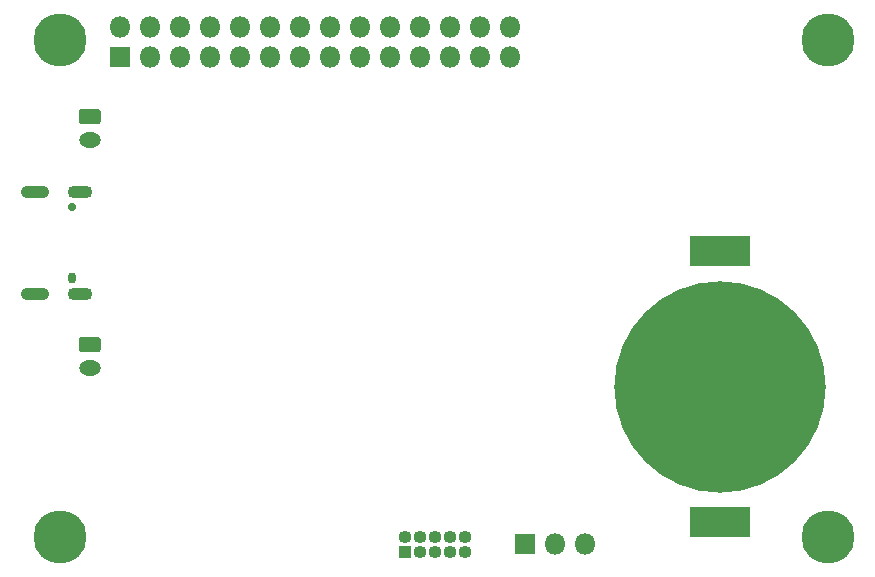
<source format=gbr>
%TF.GenerationSoftware,KiCad,Pcbnew,5.1.5+dfsg1-2build2*%
%TF.CreationDate,2020-11-12T16:10:00+01:00*%
%TF.ProjectId,tardigrade,74617264-6967-4726-9164-652e6b696361,V1.1*%
%TF.SameCoordinates,Original*%
%TF.FileFunction,Soldermask,Bot*%
%TF.FilePolarity,Negative*%
%FSLAX46Y46*%
G04 Gerber Fmt 4.6, Leading zero omitted, Abs format (unit mm)*
G04 Created by KiCad (PCBNEW 5.1.5+dfsg1-2build2) date 2020-11-12 16:10:00*
%MOMM*%
%LPD*%
G04 APERTURE LIST*
%ADD10O,1.800000X1.800000*%
%ADD11R,1.800000X1.800000*%
%ADD12R,5.200000X2.600000*%
%ADD13C,17.900000*%
%ADD14O,1.100000X1.100000*%
%ADD15R,1.100000X1.100000*%
%ADD16O,2.100000X1.100000*%
%ADD17C,0.700000*%
%ADD18O,2.400000X1.100000*%
%ADD19O,0.700000X0.950000*%
%ADD20O,1.850000X1.300000*%
%ADD21C,0.100000*%
%ADD22C,4.500000*%
G04 APERTURE END LIST*
D10*
%TO.C,J9*%
X149682700Y-22783800D03*
X149682700Y-25323800D03*
X147142700Y-22783800D03*
X147142700Y-25323800D03*
X144602700Y-22783800D03*
X144602700Y-25323800D03*
X142062700Y-22783800D03*
X142062700Y-25323800D03*
X139522700Y-22783800D03*
X139522700Y-25323800D03*
X136982700Y-22783800D03*
X136982700Y-25323800D03*
X134442700Y-22783800D03*
X134442700Y-25323800D03*
X131902700Y-22783800D03*
X131902700Y-25323800D03*
X129362700Y-22783800D03*
X129362700Y-25323800D03*
X126822700Y-22783800D03*
X126822700Y-25323800D03*
X124282700Y-22783800D03*
X124282700Y-25323800D03*
X121742700Y-22783800D03*
X121742700Y-25323800D03*
X119202700Y-22783800D03*
X119202700Y-25323800D03*
X116662700Y-22783800D03*
D11*
X116662700Y-25323800D03*
%TD*%
D12*
%TO.C,U7*%
X167462700Y-64713800D03*
X167462700Y-41813800D03*
D13*
X167462700Y-53263800D03*
%TD*%
D10*
%TO.C,J8*%
X156032700Y-66598800D03*
X153492700Y-66598800D03*
D11*
X150952700Y-66598800D03*
%TD*%
D14*
%TO.C,J7*%
X145872700Y-65963800D03*
X145872700Y-67233800D03*
X144602700Y-65963800D03*
X144602700Y-67233800D03*
X143332700Y-65963800D03*
X143332700Y-67233800D03*
X142062700Y-65963800D03*
X142062700Y-67233800D03*
X140792700Y-65963800D03*
D15*
X140792700Y-67233800D03*
%TD*%
D16*
%TO.C,J6*%
X113316200Y-45391800D03*
X113316200Y-36751800D03*
D17*
X112591200Y-38071800D03*
D18*
X109491200Y-36751800D03*
D19*
X112591200Y-44071800D03*
D18*
X109491200Y-45391800D03*
%TD*%
D20*
%TO.C,J2*%
X114122700Y-51707800D03*
D21*
G36*
X114803414Y-49059104D02*
G01*
X114829705Y-49063004D01*
X114855486Y-49069462D01*
X114880511Y-49078416D01*
X114904537Y-49089780D01*
X114927334Y-49103443D01*
X114948682Y-49119276D01*
X114968375Y-49137125D01*
X114986224Y-49156818D01*
X115002057Y-49178166D01*
X115015720Y-49200963D01*
X115027084Y-49224989D01*
X115036038Y-49250014D01*
X115042496Y-49275795D01*
X115046396Y-49302086D01*
X115047700Y-49328632D01*
X115047700Y-50086968D01*
X115046396Y-50113514D01*
X115042496Y-50139805D01*
X115036038Y-50165586D01*
X115027084Y-50190611D01*
X115015720Y-50214637D01*
X115002057Y-50237434D01*
X114986224Y-50258782D01*
X114968375Y-50278475D01*
X114948682Y-50296324D01*
X114927334Y-50312157D01*
X114904537Y-50325820D01*
X114880511Y-50337184D01*
X114855486Y-50346138D01*
X114829705Y-50352596D01*
X114803414Y-50356496D01*
X114776868Y-50357800D01*
X113468532Y-50357800D01*
X113441986Y-50356496D01*
X113415695Y-50352596D01*
X113389914Y-50346138D01*
X113364889Y-50337184D01*
X113340863Y-50325820D01*
X113318066Y-50312157D01*
X113296718Y-50296324D01*
X113277025Y-50278475D01*
X113259176Y-50258782D01*
X113243343Y-50237434D01*
X113229680Y-50214637D01*
X113218316Y-50190611D01*
X113209362Y-50165586D01*
X113202904Y-50139805D01*
X113199004Y-50113514D01*
X113197700Y-50086968D01*
X113197700Y-49328632D01*
X113199004Y-49302086D01*
X113202904Y-49275795D01*
X113209362Y-49250014D01*
X113218316Y-49224989D01*
X113229680Y-49200963D01*
X113243343Y-49178166D01*
X113259176Y-49156818D01*
X113277025Y-49137125D01*
X113296718Y-49119276D01*
X113318066Y-49103443D01*
X113340863Y-49089780D01*
X113364889Y-49078416D01*
X113389914Y-49069462D01*
X113415695Y-49063004D01*
X113441986Y-49059104D01*
X113468532Y-49057800D01*
X114776868Y-49057800D01*
X114803414Y-49059104D01*
G37*
%TD*%
%TO.C,J1*%
G36*
X114803414Y-29755104D02*
G01*
X114829705Y-29759004D01*
X114855486Y-29765462D01*
X114880511Y-29774416D01*
X114904537Y-29785780D01*
X114927334Y-29799443D01*
X114948682Y-29815276D01*
X114968375Y-29833125D01*
X114986224Y-29852818D01*
X115002057Y-29874166D01*
X115015720Y-29896963D01*
X115027084Y-29920989D01*
X115036038Y-29946014D01*
X115042496Y-29971795D01*
X115046396Y-29998086D01*
X115047700Y-30024632D01*
X115047700Y-30782968D01*
X115046396Y-30809514D01*
X115042496Y-30835805D01*
X115036038Y-30861586D01*
X115027084Y-30886611D01*
X115015720Y-30910637D01*
X115002057Y-30933434D01*
X114986224Y-30954782D01*
X114968375Y-30974475D01*
X114948682Y-30992324D01*
X114927334Y-31008157D01*
X114904537Y-31021820D01*
X114880511Y-31033184D01*
X114855486Y-31042138D01*
X114829705Y-31048596D01*
X114803414Y-31052496D01*
X114776868Y-31053800D01*
X113468532Y-31053800D01*
X113441986Y-31052496D01*
X113415695Y-31048596D01*
X113389914Y-31042138D01*
X113364889Y-31033184D01*
X113340863Y-31021820D01*
X113318066Y-31008157D01*
X113296718Y-30992324D01*
X113277025Y-30974475D01*
X113259176Y-30954782D01*
X113243343Y-30933434D01*
X113229680Y-30910637D01*
X113218316Y-30886611D01*
X113209362Y-30861586D01*
X113202904Y-30835805D01*
X113199004Y-30809514D01*
X113197700Y-30782968D01*
X113197700Y-30024632D01*
X113199004Y-29998086D01*
X113202904Y-29971795D01*
X113209362Y-29946014D01*
X113218316Y-29920989D01*
X113229680Y-29896963D01*
X113243343Y-29874166D01*
X113259176Y-29852818D01*
X113277025Y-29833125D01*
X113296718Y-29815276D01*
X113318066Y-29799443D01*
X113340863Y-29785780D01*
X113364889Y-29774416D01*
X113389914Y-29765462D01*
X113415695Y-29759004D01*
X113441986Y-29755104D01*
X113468532Y-29753800D01*
X114776868Y-29753800D01*
X114803414Y-29755104D01*
G37*
D20*
X114122700Y-32403800D03*
%TD*%
D22*
%TO.C,H4*%
X111582700Y-23926800D03*
%TD*%
%TO.C,H3*%
X176606700Y-23926800D03*
%TD*%
%TO.C,H2*%
X111582700Y-65963800D03*
%TD*%
%TO.C,H1*%
X176606700Y-65963800D03*
%TD*%
M02*

</source>
